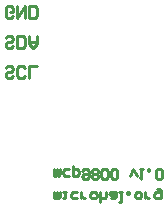
<source format=gbo>
G04 Layer_Color=13813960*
%FSLAX25Y25*%
%MOIN*%
G70*
G01*
G75*
%ADD19C,0.01000*%
D19*
X141000Y429000D02*
Y426867D01*
X141533D01*
X142066Y427400D01*
Y429000D01*
Y427400D01*
X142599Y426867D01*
X143133Y427400D01*
Y429000D01*
X144199D02*
X145265D01*
X144732D01*
Y426867D01*
X144199D01*
X148997D02*
X147398D01*
X146865Y427400D01*
Y428467D01*
X147398Y429000D01*
X148997D01*
X150064Y426867D02*
Y429000D01*
Y427934D01*
X150597Y427400D01*
X151130Y426867D01*
X151663D01*
X153796Y429000D02*
X154862D01*
X155395Y428467D01*
Y427400D01*
X154862Y426867D01*
X153796D01*
X153263Y427400D01*
Y428467D01*
X153796Y429000D01*
X156462Y425801D02*
Y429000D01*
Y427400D01*
X156995Y426867D01*
X158061D01*
X158594Y427400D01*
Y429000D01*
X160194Y426867D02*
X161260D01*
X161793Y427400D01*
Y429000D01*
X160194D01*
X159661Y428467D01*
X160194Y427934D01*
X161793D01*
X162860Y429000D02*
X163926D01*
X163393D01*
Y425801D01*
X162860D01*
X165525Y429000D02*
Y428467D01*
X166059D01*
Y429000D01*
X165525D01*
X168724D02*
X169791D01*
X170324Y428467D01*
Y427400D01*
X169791Y426867D01*
X168724D01*
X168191Y427400D01*
Y428467D01*
X168724Y429000D01*
X171390Y426867D02*
Y429000D01*
Y427934D01*
X171923Y427400D01*
X172457Y426867D01*
X172990D01*
X175655Y430066D02*
X176189D01*
X176722Y429533D01*
Y426867D01*
X175122D01*
X174589Y427400D01*
Y428467D01*
X175122Y429000D01*
X176722D01*
X141000Y436500D02*
Y434367D01*
X141533D01*
X142066Y434901D01*
Y436500D01*
Y434901D01*
X142599Y434367D01*
X143133Y434901D01*
Y436500D01*
X146332Y434367D02*
X144732D01*
X144199Y434901D01*
Y435967D01*
X144732Y436500D01*
X146332D01*
X147398Y437566D02*
Y434367D01*
X148997D01*
X149531Y434901D01*
Y435967D01*
X148997Y436500D01*
X147398D01*
X150597Y435967D02*
X151130Y436500D01*
X152196D01*
X152729Y435967D01*
Y433834D01*
X152196Y433301D01*
X151130D01*
X150597Y433834D01*
Y434367D01*
X151130Y434901D01*
X152729D01*
X153796Y433834D02*
X154329Y433301D01*
X155395D01*
X155929Y433834D01*
Y434367D01*
X155395Y434901D01*
X155929Y435434D01*
Y435967D01*
X155395Y436500D01*
X154329D01*
X153796Y435967D01*
Y435434D01*
X154329Y434901D01*
X153796Y434367D01*
Y433834D01*
X154329Y434901D02*
X155395D01*
X156995Y433834D02*
X157528Y433301D01*
X158594D01*
X159127Y433834D01*
Y435967D01*
X158594Y436500D01*
X157528D01*
X156995Y435967D01*
Y433834D01*
X160194D02*
X160727Y433301D01*
X161793D01*
X162327Y433834D01*
Y435967D01*
X161793Y436500D01*
X160727D01*
X160194Y435967D01*
Y433834D01*
X166592Y434367D02*
X167658Y436500D01*
X168724Y434367D01*
X169791Y436500D02*
X170857D01*
X170324D01*
Y433301D01*
X169791Y433834D01*
X172457Y436500D02*
Y435967D01*
X172990D01*
Y436500D01*
X172457D01*
X175122Y433834D02*
X175655Y433301D01*
X176722D01*
X177255Y433834D01*
Y435967D01*
X176722Y436500D01*
X175655D01*
X175122Y435967D01*
Y433834D01*
X127666Y477668D02*
X126999Y477001D01*
X125666D01*
X125000Y477668D01*
Y478334D01*
X125666Y479001D01*
X126999D01*
X127666Y479667D01*
Y480334D01*
X126999Y481000D01*
X125666D01*
X125000Y480334D01*
X128999Y477001D02*
Y481000D01*
X130998D01*
X131665Y480334D01*
Y477668D01*
X130998Y477001D01*
X128999D01*
X132997Y481000D02*
Y478334D01*
X134330Y477001D01*
X135663Y478334D01*
Y481000D01*
Y479001D01*
X132997D01*
X127666Y467668D02*
X126999Y467001D01*
X125666D01*
X125000Y467668D01*
Y468334D01*
X125666Y469001D01*
X126999D01*
X127666Y469667D01*
Y470334D01*
X126999Y471000D01*
X125666D01*
X125000Y470334D01*
X131665Y467668D02*
X130998Y467001D01*
X129665D01*
X128999Y467668D01*
Y470334D01*
X129665Y471000D01*
X130998D01*
X131665Y470334D01*
X132997Y467001D02*
Y471000D01*
X135663D01*
X127666Y487668D02*
X126999Y487001D01*
X125666D01*
X125000Y487668D01*
Y490334D01*
X125666Y491000D01*
X126999D01*
X127666Y490334D01*
Y489001D01*
X126333D01*
X128999Y491000D02*
Y487001D01*
X131665Y491000D01*
Y487001D01*
X132997D02*
Y491000D01*
X134997D01*
X135663Y490334D01*
Y487668D01*
X134997Y487001D01*
X132997D01*
M02*

</source>
